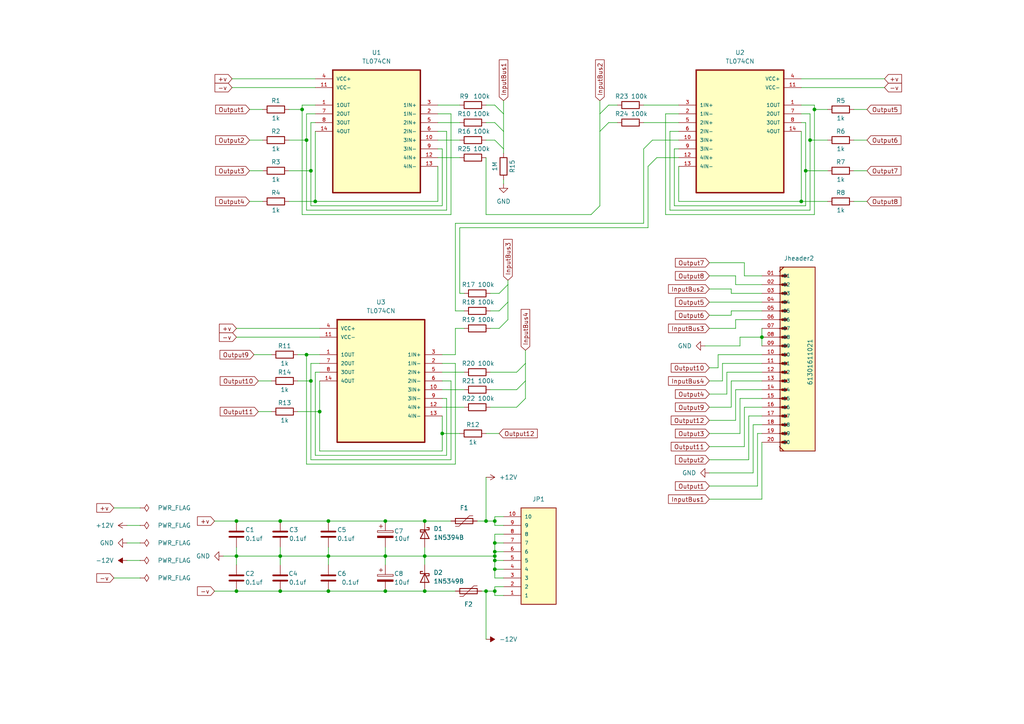
<source format=kicad_sch>
(kicad_sch (version 20230121) (generator eeschema)
  (paper "A4")
  (lib_symbols
    (symbol "+12V_1" (power) (pin_names (offset 0))
      (property "Value" "+12V_1" (at 0 3.556 0))
      (symbol "+12V_1_0_1"
        (polyline (pts (xy -0.762 1.27) (xy 0 2.54)))
        (polyline (pts (xy 0 0) (xy 0 2.54)))
        (polyline (pts (xy 0 2.54) (xy 0.762 1.27)))
      )
      (symbol "+12V_1_1_1"
        (pin power_in line (at 0 0 90) (length 0) hide (name "+12V") (number "1"))
      )
    )
    (symbol "-12V_1" (power) (pin_names (offset 0))
      (property "Value" "-12V_1" (at 0 3.81 0))
      (symbol "-12V_1_0_0"
        (pin power_in line (at 0 0 90) (length 0) hide (name "-12V") (number "1"))
      )
      (symbol "-12V_1_0_1"
        (polyline (pts (xy 0 0) (xy 0 1.27) (xy 0.762 1.27) (xy 0 2.54) (xy -0.762 1.27) (xy 0 1.27)) (fill (type outline)))
      )
    )
    (symbol "1761681-3:1761681-3" (pin_names (offset 1.016))
      (property "Reference" "J" (at -5.58 15.24 0))
      (property "Value" "1761681-3" (at -5.08 -15.24 0))
      (symbol "1761681-3_0_0"
        (rectangle (start -5.08 -12.7) (end 5.08 15.24) (stroke (width 0.254)) (fill (type background)))
        (pin passive line (at -10.16 12.7 0) (length 5.08) (name "1") (number "1"))
        (pin passive line (at -10.16 -10.16 0) (length 5.08) (name "10") (number "10"))
        (pin passive line (at -10.16 10.16 0) (length 5.08) (name "2") (number "2"))
        (pin passive line (at -10.16 7.62 0) (length 5.08) (name "3") (number "3"))
        (pin passive line (at -10.16 5.08 0) (length 5.08) (name "4") (number "4"))
        (pin passive line (at -10.16 2.54 0) (length 5.08) (name "5") (number "5"))
        (pin passive line (at -10.16 0 0) (length 5.08) (name "6") (number "6"))
        (pin passive line (at -10.16 -2.54 0) (length 5.08) (name "7") (number "7"))
        (pin passive line (at -10.16 -5.08 0) (length 5.08) (name "8") (number "8"))
        (pin passive line (at -10.16 -7.62 0) (length 5.08) (name "9") (number "9"))
      )
    )
    (symbol "75168-116-20LF:75168-116-20LF" (pin_names (offset 1.016))
      (property "Reference" "J" (at -5.58 27.94 0))
      (property "Value" "75168-116-20LF" (at -5.08 -27.94 0))
      (symbol "75168-116-20LF_0_0"
        (rectangle (start -4.8816 -25.4) (end 5.2784 27.94) (stroke (width 0.254)) (fill (type background)))
        (rectangle (start -4.445 -23.1775) (end -2.8575 -22.5425) (stroke (width 0.1)) (fill (type outline)))
        (rectangle (start -4.445 -20.6375) (end -2.8575 -20.0025) (stroke (width 0.1)) (fill (type outline)))
        (rectangle (start -4.445 -18.0975) (end -2.8575 -17.4625) (stroke (width 0.1)) (fill (type outline)))
        (rectangle (start -4.445 -15.5575) (end -2.8575 -14.9225) (stroke (width 0.1)) (fill (type outline)))
        (rectangle (start -4.445 -13.0175) (end -2.8575 -12.3825) (stroke (width 0.1)) (fill (type outline)))
        (rectangle (start -4.445 -10.4775) (end -2.8575 -9.8425) (stroke (width 0.1)) (fill (type outline)))
        (rectangle (start -4.445 -7.9375) (end -2.8575 -7.3025) (stroke (width 0.1)) (fill (type outline)))
        (rectangle (start -4.445 -5.3975) (end -2.8575 -4.7625) (stroke (width 0.1)) (fill (type outline)))
        (rectangle (start -4.445 -2.8575) (end -2.8575 -2.2225) (stroke (width 0.1)) (fill (type outline)))
        (rectangle (start -4.445 -0.3175) (end -2.8575 0.3175) (stroke (width 0.1)) (fill (type outline)))
        (rectangle (start -4.445 2.2225) (end -2.8575 2.8575) (stroke (width 0.1)) (fill (type outline)))
        (rectangle (start -4.445 4.7625) (end -2.8575 5.3975) (stroke (width 0.1)) (fill (type outline)))
        (rectangle (start -4.445 7.3025) (end -2.8575 7.9375) (stroke (width 0.1)) (fill (type outline)))
        (rectangle (start -4.445 9.8425) (end -2.8575 10.4775) (stroke (width 0.1)) (fill (type outline)))
        (rectangle (start -4.445 12.3825) (end -2.8575 13.0175) (stroke (width 0.1)) (fill (type outline)))
        (rectangle (start -4.445 14.9225) (end -2.8575 15.5575) (stroke (width 0.1)) (fill (type outline)))
        (rectangle (start -4.445 17.4625) (end -2.8575 18.0975) (stroke (width 0.1)) (fill (type outline)))
        (rectangle (start -4.445 20.0025) (end -2.8575 20.6375) (stroke (width 0.1)) (fill (type outline)))
        (rectangle (start -4.445 22.5425) (end -2.8575 23.1775) (stroke (width 0.1)) (fill (type outline)))
        (rectangle (start -4.445 25.0825) (end -2.8575 25.7175) (stroke (width 0.1)) (fill (type outline)))
        (polyline (pts (xy -5.08 -24.13) (xy -3.81 -25.4)) (stroke (width 0.254)))
        (polyline (pts (xy -5.08 -22.86) (xy -3.175 -22.86)) (stroke (width 0.254)))
        (polyline (pts (xy -5.08 -20.32) (xy -3.175 -20.32)) (stroke (width 0.254)))
        (polyline (pts (xy -5.08 -17.78) (xy -3.175 -17.78)) (stroke (width 0.254)))
        (polyline (pts (xy -5.08 -15.24) (xy -3.175 -15.24)) (stroke (width 0.254)))
        (polyline (pts (xy -5.08 -12.7) (xy -3.175 -12.7)) (stroke (width 0.254)))
        (polyline (pts (xy -5.08 -10.16) (xy -3.175 -10.16)) (stroke (width 0.254)))
        (polyline (pts (xy -5.08 -7.62) (xy -3.175 -7.62)) (stroke (width 0.254)))
        (polyline (pts (xy -5.08 -5.08) (xy -3.175 -5.08)) (stroke (width 0.254)))
        (polyline (pts (xy -5.08 -2.54) (xy -3.175 -2.54)) (stroke (width 0.254)))
        (polyline (pts (xy -5.08 0) (xy -3.175 0)) (stroke (width 0.254)))
        (polyline (pts (xy -5.08 2.54) (xy -3.175 2.54)) (stroke (width 0.254)))
        (polyline (pts (xy -5.08 5.08) (xy -3.175 5.08)) (stroke (width 0.254)))
        (polyline (pts (xy -5.08 7.62) (xy -3.175 7.62)) (stroke (width 0.254)))
        (polyline (pts (xy -5.08 10.16) (xy -3.175 10.16)) (stroke (width 0.254)))
        (polyline (pts (xy -5.08 12.7) (xy -3.175 12.7)) (stroke (width 0.254)))
        (polyline (pts (xy -5.08 15.24) (xy -3.175 15.24)) (stroke (width 0.254)))
        (polyline (pts (xy -5.08 17.78) (xy -3.175 17.78)) (stroke (width 0.254)))
        (polyline (pts (xy -5.08 20.32) (xy -3.175 20.32)) (stroke (width 0.254)))
        (polyline (pts (xy -5.08 22.86) (xy -3.175 22.86)) (stroke (width 0.254)))
        (polyline (pts (xy -5.08 25.4) (xy -3.175 25.4)) (stroke (width 0.254)))
        (polyline (pts (xy -5.08 26.67) (xy -3.81 27.94)) (stroke (width 0.254)))
        (pin passive line (at -10.16 25.4 0) (length 5.08) (name "01") (number "01"))
        (pin passive line (at -10.16 22.86 0) (length 5.08) (name "02") (number "02"))
        (pin passive line (at -10.16 20.32 0) (length 5.08) (name "03") (number "03"))
        (pin passive line (at -10.16 17.78 0) (length 5.08) (name "04") (number "04"))
        (pin passive line (at -10.16 15.24 0) (length 5.08) (name "05") (number "05"))
        (pin passive line (at -10.16 12.7 0) (length 5.08) (name "06") (number "06"))
        (pin passive line (at -10.16 10.16 0) (length 5.08) (name "07") (number "07"))
        (pin passive line (at -10.16 7.62 0) (length 5.08) (name "08") (number "08"))
        (pin passive line (at -10.16 5.08 0) (length 5.08) (name "09") (number "09"))
        (pin passive line (at -10.16 2.54 0) (length 5.08) (name "10") (number "10"))
        (pin passive line (at -10.16 0 0) (length 5.08) (name "11") (number "11"))
        (pin passive line (at -10.16 -2.54 0) (length 5.08) (name "12") (number "12"))
        (pin passive line (at -10.16 -5.08 0) (length 5.08) (name "13") (number "13"))
        (pin passive line (at -10.16 -7.62 0) (length 5.08) (name "14") (number "14"))
        (pin passive line (at -10.16 -10.16 0) (length 5.08) (name "15") (number "15"))
        (pin passive line (at -10.16 -12.7 0) (length 5.08) (name "16") (number "16"))
        (pin passive line (at -10.16 -15.24 0) (length 5.08) (name "17") (number "17"))
        (pin passive line (at -10.16 -17.78 0) (length 5.08) (name "18") (number "18"))
        (pin passive line (at -10.16 -20.32 0) (length 5.08) (name "19") (number "19"))
        (pin passive line (at -10.16 -22.86 0) (length 5.08) (name "20") (number "20"))
      )
    )
    (symbol "Device:C" (pin_numbers hide) (pin_names (offset 0.254))
      (property "Reference" "C" (at 0.635 2.54 0))
      (property "Value" "C" (at 0.635 -2.54 0))
      (symbol "C_0_1"
        (polyline (pts (xy -2.032 -0.762) (xy 2.032 -0.762)) (stroke (width 0.508)))
        (polyline (pts (xy -2.032 0.762) (xy 2.032 0.762)) (stroke (width 0.508)))
      )
      (symbol "C_1_1"
        (pin passive line (at 0 3.81 270) (length 2.794) (name "~") (number "1"))
        (pin passive line (at 0 -3.81 90) (length 2.794) (name "~") (number "2"))
      )
    )
    (symbol "Device:C_Polarized" (pin_numbers hide) (pin_names (offset 0.254))
      (property "Reference" "C" (at 0.635 2.54 0))
      (property "Value" "C_Polarized" (at 0.635 -2.54 0))
      (symbol "C_Polarized_0_1"
        (rectangle (start -2.286 0.508) (end 2.286 1.016))
        (polyline (pts (xy -1.778 2.286) (xy -0.762 2.286)))
        (polyline (pts (xy -1.27 2.794) (xy -1.27 1.778)))
        (rectangle (start 2.286 -0.508) (end -2.286 -1.016) (fill (type outline)))
      )
      (symbol "C_Polarized_1_1"
        (pin passive line (at 0 3.81 270) (length 2.794) (name "~") (number "1"))
        (pin passive line (at 0 -3.81 90) (length 2.794) (name "~") (number "2"))
      )
    )
    (symbol "Device:Polyfuse" (pin_numbers hide) (pin_names (offset 0))
      (property "Reference" "F" (at -2.54 0 90))
      (property "Value" "Polyfuse" (at 2.54 0 90))
      (symbol "Polyfuse_0_1"
        (rectangle (start -0.762 2.54) (end 0.762 -2.54) (stroke (width 0.254)))
        (polyline (pts (xy 0 2.54) (xy 0 -2.54)))
        (polyline (pts (xy -1.524 2.54) (xy -1.524 1.524) (xy 1.524 -1.524) (xy 1.524 -2.54)))
      )
      (symbol "Polyfuse_1_1"
        (pin passive line (at 0 3.81 270) (length 1.27) (name "~") (number "1"))
        (pin passive line (at 0 -3.81 90) (length 1.27) (name "~") (number "2"))
      )
    )
    (symbol "Device:R" (pin_numbers hide) (pin_names (offset 0))
      (property "Reference" "R" (at 2.032 0 90))
      (property "Value" "R" (at 0 0 90))
      (symbol "R_0_1"
        (rectangle (start -1.016 -2.54) (end 1.016 2.54) (stroke (width 0.254)))
      )
      (symbol "R_1_1"
        (pin passive line (at 0 3.81 270) (length 1.27) (name "~") (number "1"))
        (pin passive line (at 0 -3.81 90) (length 1.27) (name "~") (number "2"))
      )
    )
    (symbol "Diode:1N5818" (pin_numbers hide) (pin_names (offset 1.016) hide)
      (property "Reference" "D" (at 0 2.54 0))
      (property "Value" "1N5818" (at 0 -2.54 0))
      (symbol "1N5818_0_1"
        (polyline (pts (xy 1.27 0) (xy -1.27 0)))
        (polyline (pts (xy 1.27 1.27) (xy 1.27 -1.27) (xy -1.27 0) (xy 1.27 1.27)) (stroke (width 0.254)))
        (polyline (pts (xy -1.905 0.635) (xy -1.905 1.27) (xy -1.27 1.27) (xy -1.27 -1.27) (xy -0.635 -1.27) (xy -0.635 -0.635)) (stroke (width 0.254)))
      )
      (symbol "1N5818_1_1"
        (pin passive line (at -3.81 0 0) (length 2.54) (name "K") (number "1"))
        (pin passive line (at 3.81 0 180) (length 2.54) (name "A") (number "2"))
      )
    )
    (symbol "GND_1" (power) (pin_names (offset 0))
      (property "Value" "GND_1" (at 0 -3.81 0))
      (symbol "GND_1_0_1"
        (polyline (pts (xy 0 0) (xy 0 -1.27) (xy 1.27 -1.27) (xy 0 -2.54) (xy -1.27 -1.27) (xy 0 -1.27)))
      )
      (symbol "GND_1_1_1"
        (pin power_in line (at 0 0 270) (length 0) hide (name "GND") (number "1"))
      )
    )
    (symbol "PWR_FLAG_1" (power) (pin_numbers hide) (pin_names (offset 0) hide)
      (property "Value" "PWR_FLAG_1" (at 0 3.81 0))
      (symbol "PWR_FLAG_1_0_0"
        (pin power_out line (at 0 0 90) (length 0) (name "pwr") (number "1"))
      )
      (symbol "PWR_FLAG_1_0_1"
        (polyline (pts (xy 0 0) (xy 0 1.27) (xy -1.016 1.905) (xy 0 2.54) (xy 1.016 1.905) (xy 0 1.27)))
      )
    )
    (symbol "TL074CN:TL074CN" (pin_names (offset 1.016))
      (property "Reference" "U" (at -12.7 18.78 0))
      (property "Value" "TL074CN" (at -12.7 -21.78 0))
      (symbol "TL074CN_0_0"
        (rectangle (start -12.7 -17.78) (end 12.7 17.78) (stroke (width 0.41)) (fill (type background)))
        (pin output line (at 17.78 7.62 180) (length 5.08) (name "1OUT") (number "1"))
        (pin input line (at -17.78 -2.54 0) (length 5.08) (name "3IN+") (number "10"))
        (pin power_in line (at 17.78 12.7 180) (length 5.08) (name "VCC-") (number "11"))
        (pin input line (at -17.78 -7.62 0) (length 5.08) (name "4IN+") (number "12"))
        (pin input line (at -17.78 -10.16 0) (length 5.08) (name "4IN-") (number "13"))
        (pin output line (at 17.78 0 180) (length 5.08) (name "4OUT") (number "14"))
        (pin input line (at -17.78 5.08 0) (length 5.08) (name "1IN-") (number "2"))
        (pin input line (at -17.78 7.62 0) (length 5.08) (name "1IN+") (number "3"))
        (pin power_in line (at 17.78 15.24 180) (length 5.08) (name "VCC+") (number "4"))
        (pin input line (at -17.78 2.54 0) (length 5.08) (name "2IN+") (number "5"))
        (pin input line (at -17.78 0 0) (length 5.08) (name "2IN-") (number "6"))
        (pin output line (at 17.78 5.08 180) (length 5.08) (name "2OUT") (number "7"))
        (pin output line (at 17.78 2.54 180) (length 5.08) (name "3OUT") (number "8"))
        (pin input line (at -17.78 -5.08 0) (length 5.08) (name "3IN-") (number "9"))
      )
    )
  )
  (junction (at 95.25 151.13))
  (junction (at 143.51 151.13))
  (junction (at 236.22 31.75))
  (junction (at 140.97 151.13))
  (junction (at 123.19 171.45))
  (junction (at 87.63 31.75))
  (junction (at 143.51 171.45))
  (junction (at 234.95 40.64))
  (junction (at 92.71 119.38))
  (junction (at 90.17 49.53))
  (junction (at 95.25 171.45))
  (junction (at 81.28 161.29))
  (junction (at 143.51 157.48))
  (junction (at 111.76 171.45))
  (junction (at 233.68 49.53))
  (junction (at 123.19 161.29))
  (junction (at 81.28 171.45))
  (junction (at 220.98 97.79))
  (junction (at 123.19 151.13))
  (junction (at 68.58 151.13))
  (junction (at 143.51 165.1))
  (junction (at 68.58 161.29))
  (junction (at 90.17 110.49))
  (junction (at 95.25 161.29))
  (junction (at 128.27 125.73))
  (junction (at 143.51 161.29))
  (junction (at 81.28 151.13))
  (junction (at 111.76 161.29))
  (junction (at 68.58 171.45))
  (junction (at 143.51 162.56))
  (junction (at 140.97 171.45))
  (junction (at 88.9 102.87))
  (junction (at 111.76 151.13))
  (junction (at 143.51 160.02))
  (junction (at 232.41 58.42))
  (junction (at 91.44 58.42))
  (junction (at 88.9 40.64))
  (bus_entry (at 171.45 62.23) (size 2.54 -2.54))
  (bus_entry (at 149.86 113.03) (size 2.54 -2.54))
  (bus_entry (at 149.86 107.95) (size 2.54 -2.54))
  (bus_entry (at 189.23 40.64) (size -2.54 2.54))
  (bus_entry (at 190.5 45.72) (size -2.54 2.54))
  (bus_entry (at 176.53 35.56) (size -2.54 2.54))
  (bus_entry (at 149.86 118.11) (size 2.54 -2.54))
  (bus_entry (at 143.51 30.48) (size 2.54 2.54))
  (bus_entry (at 144.78 95.25) (size 2.54 -2.54))
  (bus_entry (at 144.78 85.09) (size 2.54 -2.54))
  (bus_entry (at 144.78 90.17) (size 2.54 -2.54))
  (bus_entry (at 176.53 30.48) (size -2.54 2.54))
  (bus_entry (at 143.51 35.56) (size 2.54 2.54))
  (bus_entry (at 143.51 40.64) (size 2.54 2.54))
  (wire (pts (xy 132.08 105.41) (xy 132.08 134.62)))
  (wire (pts (xy 129.54 60.96) (xy 129.54 38.1)))
  (wire (pts (xy 134.62 90.17) (xy 132.08 90.17)))
  (wire (pts (xy 143.51 149.86) (xy 143.51 151.13)))
  (wire (pts (xy 215.9 76.2) (xy 215.9 80.01)))
  (wire (pts (xy 64.77 161.29) (xy 68.58 161.29)))
  (wire (pts (xy 142.24 90.17) (xy 144.78 90.17)))
  (wire (pts (xy 68.58 158.75) (xy 68.58 161.29)))
  (wire (pts (xy 68.58 161.29) (xy 68.58 163.83)))
  (wire (pts (xy 92.71 107.95) (xy 91.44 107.95)))
  (wire (pts (xy 132.08 64.77) (xy 186.69 64.77)))
  (wire (pts (xy 146.05 43.18) (xy 146.05 44.45)))
  (wire (pts (xy 220.98 110.49) (xy 212.09 110.49)))
  (wire (pts (xy 205.74 140.97) (xy 219.71 140.97)))
  (wire (pts (xy 208.28 106.68) (xy 205.74 106.68)))
  (wire (pts (xy 92.71 119.38) (xy 92.71 110.49)))
  (wire (pts (xy 111.76 151.13) (xy 123.19 151.13)))
  (wire (pts (xy 81.28 171.45) (xy 95.25 171.45)))
  (wire (pts (xy 130.81 133.35) (xy 130.81 110.49)))
  (wire (pts (xy 142.24 107.95) (xy 149.86 107.95)))
  (wire (pts (xy 152.4 101.6) (xy 152.4 105.41)))
  (wire (pts (xy 76.2 49.53) (xy 72.39 49.53)))
  (wire (pts (xy 91.44 58.42) (xy 127 58.42)))
  (wire (pts (xy 76.2 58.42) (xy 72.39 58.42)))
  (wire (pts (xy 78.74 102.87) (xy 73.66 102.87)))
  (wire (pts (xy 132.08 64.77) (xy 132.08 90.17)))
  (wire (pts (xy 76.2 31.75) (xy 72.39 31.75)))
  (wire (pts (xy 95.25 158.75) (xy 95.25 161.29)))
  (wire (pts (xy 232.41 33.02) (xy 234.95 33.02)))
  (wire (pts (xy 218.44 123.19) (xy 218.44 137.16)))
  (wire (pts (xy 232.41 58.42) (xy 240.03 58.42)))
  (wire (pts (xy 62.23 171.45) (xy 68.58 171.45)))
  (wire (pts (xy 76.2 40.64) (xy 72.39 40.64)))
  (wire (pts (xy 142.24 95.25) (xy 144.78 95.25)))
  (wire (pts (xy 127 58.42) (xy 127 48.26)))
  (wire (pts (xy 88.9 102.87) (xy 88.9 134.62)))
  (wire (pts (xy 247.65 49.53) (xy 251.46 49.53)))
  (wire (pts (xy 111.76 171.45) (xy 123.19 171.45)))
  (wire (pts (xy 91.44 33.02) (xy 88.9 33.02)))
  (wire (pts (xy 220.98 107.95) (xy 210.82 107.95)))
  (wire (pts (xy 127 30.48) (xy 133.35 30.48)))
  (wire (pts (xy 88.9 134.62) (xy 132.08 134.62)))
  (wire (pts (xy 81.28 161.29) (xy 95.25 161.29)))
  (wire (pts (xy 36.83 157.48) (xy 40.64 157.48)))
  (wire (pts (xy 212.09 85.09) (xy 220.98 85.09)))
  (wire (pts (xy 189.23 40.64) (xy 196.85 40.64)))
  (wire (pts (xy 134.62 95.25) (xy 132.08 95.25)))
  (wire (pts (xy 128.27 59.69) (xy 128.27 43.18)))
  (wire (pts (xy 88.9 33.02) (xy 88.9 40.64)))
  (wire (pts (xy 219.71 125.73) (xy 219.71 140.97)))
  (wire (pts (xy 67.31 22.86) (xy 91.44 22.86)))
  (wire (pts (xy 95.25 161.29) (xy 95.25 163.83)))
  (wire (pts (xy 143.51 167.64) (xy 146.05 167.64)))
  (wire (pts (xy 90.17 49.53) (xy 83.82 49.53)))
  (wire (pts (xy 220.98 123.19) (xy 218.44 123.19)))
  (wire (pts (xy 143.51 170.18) (xy 143.51 171.45)))
  (wire (pts (xy 236.22 30.48) (xy 236.22 31.75)))
  (wire (pts (xy 213.36 113.03) (xy 213.36 121.92)))
  (wire (pts (xy 133.35 66.04) (xy 133.35 85.09)))
  (wire (pts (xy 146.05 52.07) (xy 146.05 53.34)))
  (wire (pts (xy 129.54 115.57) (xy 128.27 115.57)))
  (wire (pts (xy 92.71 105.41) (xy 90.17 105.41)))
  (wire (pts (xy 194.31 38.1) (xy 196.85 38.1)))
  (wire (pts (xy 233.68 49.53) (xy 233.68 59.69)))
  (wire (pts (xy 146.05 29.21) (xy 146.05 33.02)))
  (wire (pts (xy 220.98 105.41) (xy 209.55 105.41)))
  (wire (pts (xy 205.74 125.73) (xy 214.63 125.73)))
  (wire (pts (xy 123.19 158.75) (xy 123.19 161.29)))
  (wire (pts (xy 220.98 113.03) (xy 213.36 113.03)))
  (wire (pts (xy 205.74 144.78) (xy 220.98 144.78)))
  (wire (pts (xy 88.9 40.64) (xy 88.9 60.96)))
  (wire (pts (xy 232.41 30.48) (xy 236.22 30.48)))
  (wire (pts (xy 215.9 80.01) (xy 220.98 80.01)))
  (wire (pts (xy 173.99 29.21) (xy 173.99 33.02)))
  (wire (pts (xy 128.27 102.87) (xy 132.08 102.87)))
  (wire (pts (xy 152.4 105.41) (xy 152.4 110.49)))
  (wire (pts (xy 233.68 35.56) (xy 233.68 49.53)))
  (wire (pts (xy 87.63 31.75) (xy 87.63 62.23)))
  (wire (pts (xy 128.27 125.73) (xy 133.35 125.73)))
  (wire (pts (xy 90.17 59.69) (xy 128.27 59.69)))
  (wire (pts (xy 195.58 59.69) (xy 195.58 43.18)))
  (wire (pts (xy 128.27 113.03) (xy 134.62 113.03)))
  (wire (pts (xy 68.58 97.79) (xy 92.71 97.79)))
  (wire (pts (xy 232.41 38.1) (xy 232.41 58.42)))
  (wire (pts (xy 146.05 33.02) (xy 146.05 38.1)))
  (wire (pts (xy 140.97 45.72) (xy 140.97 62.23)))
  (wire (pts (xy 139.7 171.45) (xy 140.97 171.45)))
  (wire (pts (xy 143.51 160.02) (xy 146.05 160.02)))
  (wire (pts (xy 214.63 100.33) (xy 204.47 100.33)))
  (wire (pts (xy 78.74 119.38) (xy 74.93 119.38)))
  (wire (pts (xy 140.97 171.45) (xy 143.51 171.45)))
  (wire (pts (xy 176.53 35.56) (xy 179.07 35.56)))
  (wire (pts (xy 210.82 107.95) (xy 210.82 114.3)))
  (wire (pts (xy 87.63 30.48) (xy 87.63 31.75)))
  (wire (pts (xy 247.65 31.75) (xy 251.46 31.75)))
  (wire (pts (xy 247.65 40.64) (xy 251.46 40.64)))
  (wire (pts (xy 128.27 118.11) (xy 134.62 118.11)))
  (wire (pts (xy 128.27 120.65) (xy 128.27 125.73)))
  (wire (pts (xy 173.99 38.1) (xy 173.99 59.69)))
  (wire (pts (xy 195.58 43.18) (xy 196.85 43.18)))
  (wire (pts (xy 92.71 102.87) (xy 88.9 102.87)))
  (wire (pts (xy 218.44 137.16) (xy 205.74 137.16)))
  (wire (pts (xy 142.24 85.09) (xy 144.78 85.09)))
  (wire (pts (xy 86.36 110.49) (xy 90.17 110.49)))
  (wire (pts (xy 138.43 151.13) (xy 140.97 151.13)))
  (wire (pts (xy 91.44 35.56) (xy 90.17 35.56)))
  (wire (pts (xy 143.51 162.56) (xy 146.05 162.56)))
  (wire (pts (xy 87.63 62.23) (xy 130.81 62.23)))
  (wire (pts (xy 128.27 107.95) (xy 134.62 107.95)))
  (wire (pts (xy 140.97 171.45) (xy 140.97 185.42)))
  (wire (pts (xy 220.98 115.57) (xy 214.63 115.57)))
  (wire (pts (xy 193.04 33.02) (xy 196.85 33.02)))
  (wire (pts (xy 232.41 58.42) (xy 196.85 58.42)))
  (wire (pts (xy 92.71 130.81) (xy 92.71 119.38)))
  (wire (pts (xy 62.23 151.13) (xy 68.58 151.13)))
  (wire (pts (xy 128.27 43.18) (xy 127 43.18)))
  (wire (pts (xy 146.05 38.1) (xy 146.05 43.18)))
  (wire (pts (xy 147.32 81.28) (xy 147.32 82.55)))
  (wire (pts (xy 232.41 25.4) (xy 256.54 25.4)))
  (wire (pts (xy 220.98 90.17) (xy 212.09 90.17)))
  (wire (pts (xy 68.58 171.45) (xy 81.28 171.45)))
  (wire (pts (xy 123.19 161.29) (xy 143.51 161.29)))
  (wire (pts (xy 208.28 102.87) (xy 208.28 106.68)))
  (wire (pts (xy 123.19 161.29) (xy 123.19 163.83)))
  (wire (pts (xy 143.51 160.02) (xy 143.51 161.29)))
  (wire (pts (xy 213.36 82.55) (xy 213.36 80.01)))
  (wire (pts (xy 90.17 105.41) (xy 90.17 110.49)))
  (wire (pts (xy 143.51 165.1) (xy 143.51 167.64)))
  (wire (pts (xy 220.98 92.71) (xy 213.36 92.71)))
  (wire (pts (xy 220.98 120.65) (xy 217.17 120.65)))
  (wire (pts (xy 205.74 80.01) (xy 213.36 80.01)))
  (wire (pts (xy 133.35 66.04) (xy 187.96 66.04)))
  (wire (pts (xy 143.51 162.56) (xy 143.51 165.1)))
  (wire (pts (xy 220.98 102.87) (xy 208.28 102.87)))
  (wire (pts (xy 132.08 105.41) (xy 128.27 105.41)))
  (wire (pts (xy 90.17 35.56) (xy 90.17 49.53)))
  (wire (pts (xy 214.63 97.79) (xy 214.63 100.33)))
  (wire (pts (xy 95.25 151.13) (xy 111.76 151.13)))
  (wire (pts (xy 81.28 151.13) (xy 95.25 151.13)))
  (wire (pts (xy 143.51 161.29) (xy 143.51 162.56)))
  (wire (pts (xy 220.98 118.11) (xy 215.9 118.11)))
  (wire (pts (xy 127 40.64) (xy 133.35 40.64)))
  (wire (pts (xy 140.97 30.48) (xy 143.51 30.48)))
  (wire (pts (xy 176.53 30.48) (xy 179.07 30.48)))
  (wire (pts (xy 186.69 30.48) (xy 196.85 30.48)))
  (wire (pts (xy 36.83 152.4) (xy 40.64 152.4)))
  (wire (pts (xy 220.98 97.79) (xy 220.98 100.33)))
  (wire (pts (xy 213.36 95.25) (xy 205.74 95.25)))
  (wire (pts (xy 143.51 171.45) (xy 143.51 172.72)))
  (wire (pts (xy 215.9 118.11) (xy 215.9 129.54)))
  (wire (pts (xy 220.98 125.73) (xy 219.71 125.73)))
  (wire (pts (xy 212.09 83.82) (xy 212.09 85.09)))
  (wire (pts (xy 234.95 40.64) (xy 234.95 60.96)))
  (wire (pts (xy 95.25 161.29) (xy 111.76 161.29)))
  (wire (pts (xy 146.05 154.94) (xy 143.51 154.94)))
  (wire (pts (xy 127 45.72) (xy 133.35 45.72)))
  (wire (pts (xy 217.17 133.35) (xy 205.74 133.35)))
  (wire (pts (xy 236.22 62.23) (xy 193.04 62.23)))
  (wire (pts (xy 130.81 110.49) (xy 128.27 110.49)))
  (wire (pts (xy 87.63 31.75) (xy 83.82 31.75)))
  (wire (pts (xy 236.22 31.75) (xy 236.22 62.23)))
  (wire (pts (xy 91.44 132.08) (xy 129.54 132.08)))
  (wire (pts (xy 140.97 125.73) (xy 144.78 125.73)))
  (wire (pts (xy 193.04 62.23) (xy 193.04 33.02)))
  (wire (pts (xy 214.63 115.57) (xy 214.63 125.73)))
  (wire (pts (xy 81.28 161.29) (xy 81.28 163.83)))
  (wire (pts (xy 220.98 97.79) (xy 214.63 97.79)))
  (wire (pts (xy 140.97 62.23) (xy 171.45 62.23)))
  (wire (pts (xy 68.58 95.25) (xy 92.71 95.25)))
  (wire (pts (xy 220.98 95.25) (xy 220.98 97.79)))
  (wire (pts (xy 233.68 59.69) (xy 195.58 59.69)))
  (wire (pts (xy 90.17 133.35) (xy 130.81 133.35)))
  (wire (pts (xy 143.51 172.72) (xy 146.05 172.72)))
  (wire (pts (xy 146.05 149.86) (xy 143.51 149.86)))
  (wire (pts (xy 143.51 165.1) (xy 146.05 165.1)))
  (wire (pts (xy 205.74 114.3) (xy 210.82 114.3)))
  (wire (pts (xy 140.97 151.13) (xy 143.51 151.13)))
  (wire (pts (xy 142.24 113.03) (xy 149.86 113.03)))
  (wire (pts (xy 186.69 35.56) (xy 196.85 35.56)))
  (wire (pts (xy 36.83 162.56) (xy 40.64 162.56)))
  (wire (pts (xy 209.55 110.49) (xy 205.74 110.49)))
  (wire (pts (xy 88.9 40.64) (xy 83.82 40.64)))
  (wire (pts (xy 128.27 125.73) (xy 128.27 130.81)))
  (wire (pts (xy 232.41 22.86) (xy 256.54 22.86)))
  (wire (pts (xy 128.27 130.81) (xy 92.71 130.81)))
  (wire (pts (xy 67.31 25.4) (xy 91.44 25.4)))
  (wire (pts (xy 205.74 87.63) (xy 220.98 87.63)))
  (wire (pts (xy 205.74 129.54) (xy 215.9 129.54)))
  (wire (pts (xy 212.09 110.49) (xy 212.09 118.11)))
  (wire (pts (xy 247.65 58.42) (xy 251.46 58.42)))
  (wire (pts (xy 147.32 87.63) (xy 147.32 92.71)))
  (wire (pts (xy 68.58 161.29) (xy 81.28 161.29)))
  (wire (pts (xy 133.35 85.09) (xy 134.62 85.09)))
  (wire (pts (xy 81.28 158.75) (xy 81.28 161.29)))
  (wire (pts (xy 143.51 157.48) (xy 143.51 160.02)))
  (wire (pts (xy 209.55 105.41) (xy 209.55 110.49)))
  (wire (pts (xy 132.08 95.25) (xy 132.08 102.87)))
  (wire (pts (xy 91.44 38.1) (xy 91.44 58.42)))
  (wire (pts (xy 111.76 158.75) (xy 111.76 161.29)))
  (wire (pts (xy 127 35.56) (xy 133.35 35.56)))
  (wire (pts (xy 146.05 170.18) (xy 143.51 170.18)))
  (wire (pts (xy 123.19 151.13) (xy 130.81 151.13)))
  (wire (pts (xy 236.22 31.75) (xy 240.03 31.75)))
  (wire (pts (xy 190.5 45.72) (xy 196.85 45.72)))
  (wire (pts (xy 212.09 91.44) (xy 212.09 90.17)))
  (wire (pts (xy 86.36 102.87) (xy 88.9 102.87)))
  (wire (pts (xy 205.74 91.44) (xy 212.09 91.44)))
  (wire (pts (xy 143.51 151.13) (xy 143.51 152.4)))
  (wire (pts (xy 232.41 35.56) (xy 233.68 35.56)))
  (wire (pts (xy 88.9 60.96) (xy 129.54 60.96)))
  (wire (pts (xy 111.76 161.29) (xy 123.19 161.29)))
  (wire (pts (xy 68.58 151.13) (xy 81.28 151.13)))
  (wire (pts (xy 233.68 49.53) (xy 240.03 49.53)))
  (wire (pts (xy 129.54 38.1) (xy 127 38.1)))
  (wire (pts (xy 143.51 154.94) (xy 143.51 157.48)))
  (wire (pts (xy 220.98 82.55) (xy 213.36 82.55)))
  (wire (pts (xy 234.95 60.96) (xy 194.31 60.96)))
  (wire (pts (xy 129.54 132.08) (xy 129.54 115.57)))
  (wire (pts (xy 140.97 40.64) (xy 143.51 40.64)))
  (wire (pts (xy 95.25 171.45) (xy 111.76 171.45)))
  (wire (pts (xy 78.74 110.49) (xy 74.93 110.49)))
  (wire (pts (xy 123.19 171.45) (xy 132.08 171.45)))
  (wire (pts (xy 213.36 121.92) (xy 205.74 121.92)))
  (wire (pts (xy 220.98 144.78) (xy 220.98 128.27)))
  (wire (pts (xy 91.44 107.95) (xy 91.44 132.08)))
  (wire (pts (xy 213.36 92.71) (xy 213.36 95.25)))
  (wire (pts (xy 187.96 48.26) (xy 187.96 66.04)))
  (wire (pts (xy 91.44 58.42) (xy 83.82 58.42)))
  (wire (pts (xy 147.32 82.55) (xy 147.32 87.63)))
  (wire (pts (xy 234.95 33.02) (xy 234.95 40.64)))
  (wire (pts (xy 205.74 76.2) (xy 215.9 76.2)))
  (wire (pts (xy 91.44 30.48) (xy 87.63 30.48)))
  (wire (pts (xy 130.81 62.23) (xy 130.81 33.02)))
  (wire (pts (xy 90.17 49.53) (xy 90.17 59.69)))
  (wire (pts (xy 186.69 43.18) (xy 186.69 64.77)))
  (wire (pts (xy 111.76 161.29) (xy 111.76 163.83)))
  (wire (pts (xy 90.17 110.49) (xy 90.17 133.35)))
  (wire (pts (xy 217.17 120.65) (xy 217.17 133.35)))
  (wire (pts (xy 142.24 118.11) (xy 149.86 118.11)))
  (wire (pts (xy 143.51 152.4) (xy 146.05 152.4)))
  (wire (pts (xy 173.99 33.02) (xy 173.99 38.1)))
  (wire (pts (xy 86.36 119.38) (xy 92.71 119.38)))
  (wire (pts (xy 130.81 33.02) (xy 127 33.02)))
  (wire (pts (xy 194.31 60.96) (xy 194.31 38.1)))
  (wire (pts (xy 143.51 157.48) (xy 146.05 157.48)))
  (wire (pts (xy 33.02 167.64) (xy 40.64 167.64)))
  (wire (pts (xy 140.97 138.43) (xy 140.97 151.13)))
  (wire (pts (xy 196.85 58.42) (xy 196.85 48.26)))
  (wire (pts (xy 205.74 83.82) (xy 212.09 83.82)))
  (wire (pts (xy 140.97 35.56) (xy 143.51 35.56)))
  (wire (pts (xy 205.74 118.11) (xy 212.09 118.11)))
  (wire (pts (xy 152.4 110.49) (xy 152.4 115.57)))
  (wire (pts (xy 234.95 40.64) (xy 240.03 40.64)))
  (wire (pts (xy 33.02 147.32) (xy 40.64 147.32)))
  (global_label "InputBus1" (shape input) (at 205.74 144.78 180) (property "Intersheetrefs" "${INTERSHEET_REFS}" (effects hide)))
  (global_label "+v" (shape input) (at 256.54 22.86 0) (property "Intersheetrefs" "${INTERSHEET_REFS}" (effects hide)))
  (global_label "InputBus3" (shape input) (at 147.32 81.28 90) (property "Intersheetrefs" "${INTERSHEET_REFS}" (effects hide)))
  (global_label "Output4" (shape input) (at 205.74 114.3 180) (property "Intersheetrefs" "${INTERSHEET_REFS}" (effects hide)))
  (global_label "InputBus2" (shape input) (at 205.74 83.82 180) (property "Intersheetrefs" "${INTERSHEET_REFS}" (effects hide)))
  (global_label "Output11" (shape input) (at 74.93 119.38 180) (property "Intersheetrefs" "${INTERSHEET_REFS}" (effects hide)))
  (global_label "-v" (shape input) (at 33.02 167.64 180) (property "Intersheetrefs" "${INTERSHEET_REFS}" (effects hide)))
  (global_label "InputBus2" (shape input) (at 173.99 29.21 90) (property "Intersheetrefs" "${INTERSHEET_REFS}" (effects hide)))
  (global_label "Output12" (shape input) (at 205.74 121.92 180) (property "Intersheetrefs" "${INTERSHEET_REFS}" (effects hide)))
  (global_label "Output2" (shape input) (at 72.39 40.64 180) (property "Intersheetrefs" "${INTERSHEET_REFS}" (effects hide)))
  (global_label "Output9" (shape input) (at 73.66 102.87 180) (property "Intersheetrefs" "${INTERSHEET_REFS}" (effects hide)))
  (global_label "Output8" (shape input) (at 205.74 80.01 180) (property "Intersheetrefs" "${INTERSHEET_REFS}" (effects hide)))
  (global_label "Output1" (shape input) (at 205.74 140.97 180) (property "Intersheetrefs" "${INTERSHEET_REFS}" (effects hide)))
  (global_label "Output2" (shape input) (at 205.74 133.35 180) (property "Intersheetrefs" "${INTERSHEET_REFS}" (effects hide)))
  (global_label "+v" (shape input) (at 67.31 22.86 180) (property "Intersheetrefs" "${INTERSHEET_REFS}" (effects hide)))
  (global_label "Output6" (shape input) (at 251.46 40.64 0) (property "Intersheetrefs" "${INTERSHEET_REFS}" (effects hide)))
  (global_label "Output10" (shape input) (at 205.74 106.68 180) (property "Intersheetrefs" "${INTERSHEET_REFS}" (effects hide)))
  (global_label "Output3" (shape input) (at 72.39 49.53 180) (property "Intersheetrefs" "${INTERSHEET_REFS}" (effects hide)))
  (global_label "Output11" (shape input) (at 205.74 129.54 180) (property "Intersheetrefs" "${INTERSHEET_REFS}" (effects hide)))
  (global_label "Output4" (shape input) (at 72.39 58.42 180) (property "Intersheetrefs" "${INTERSHEET_REFS}" (effects hide)))
  (global_label "Output9" (shape input) (at 205.74 118.11 180) (property "Intersheetrefs" "${INTERSHEET_REFS}" (effects hide)))
  (global_label "Output12" (shape input) (at 144.78 125.73 0) (property "Intersheetrefs" "${INTERSHEET_REFS}" (effects hide)))
  (global_label "Output1" (shape input) (at 72.39 31.75 180) (property "Intersheetrefs" "${INTERSHEET_REFS}" (effects hide)))
  (global_label "+v" (shape input) (at 68.58 95.25 180) (property "Intersheetrefs" "${INTERSHEET_REFS}" (effects hide)))
  (global_label "InputBus4" (shape input) (at 205.74 110.49 180) (property "Intersheetrefs" "${INTERSHEET_REFS}" (effects hide)))
  (global_label "Output6" (shape input) (at 205.74 91.44 180) (property "Intersheetrefs" "${INTERSHEET_REFS}" (effects hide)))
  (global_label "Output8" (shape input) (at 251.46 58.42 0) (property "Intersheetrefs" "${INTERSHEET_REFS}" (effects hide)))
  (global_label "-v" (shape input) (at 67.31 25.4 180) (property "Intersheetrefs" "${INTERSHEET_REFS}" (effects hide)))
  (global_label "Output5" (shape input) (at 205.74 87.63 180) (property "Intersheetrefs" "${INTERSHEET_REFS}" (effects hide)))
  (global_label "Output5" (shape input) (at 251.46 31.75 0) (property "Intersheetrefs" "${INTERSHEET_REFS}" (effects hide)))
  (global_label "InputBus1" (shape input) (at 146.05 29.21 90) (property "Intersheetrefs" "${INTERSHEET_REFS}" (effects hide)))
  (global_label "+v" (shape input) (at 33.02 147.32 180) (property "Intersheetrefs" "${INTERSHEET_REFS}" (effects hide)))
  (global_label "Output3" (shape input) (at 205.74 125.73 180) (property "Intersheetrefs" "${INTERSHEET_REFS}" (effects hide)))
  (global_label "-v" (shape input) (at 68.58 97.79 180) (property "Intersheetrefs" "${INTERSHEET_REFS}" (effects hide)))
  (global_label "Output7" (shape input) (at 205.74 76.2 180) (property "Intersheetrefs" "${INTERSHEET_REFS}" (effects hide)))
  (global_label "Output7" (shape input) (at 251.46 49.53 0) (property "Intersheetrefs" "${INTERSHEET_REFS}" (effects hide)))
  (global_label "-v" (shape input) (at 62.23 171.45 180) (property "Intersheetrefs" "${INTERSHEET_REFS}" (effects hide)))
  (global_label "-v" (shape input) (at 256.54 25.4 0) (property "Intersheetrefs" "${INTERSHEET_REFS}" (effects hide)))
  (global_label "Output10" (shape input) (at 74.93 110.49 180) (property "Intersheetrefs" "${INTERSHEET_REFS}" (effects hide)))
  (global_label "InputBus4" (shape input) (at 152.4 101.6 90) (property "Intersheetrefs" "${INTERSHEET_REFS}" (effects hide)))
  (global_label "+v" (shape input) (at 62.23 151.13 180) (property "Intersheetrefs" "${INTERSHEET_REFS}" (effects hide)))
  (global_label "InputBus3" (shape input) (at 205.74 95.25 180) (property "Intersheetrefs" "${INTERSHEET_REFS}" (effects hide)))
  (symbol (lib_id "Device:R") (at 137.16 35.56 90) (mirror x) (unit 1)
    (property "Reference" "R10" (at 134.62 33.02 90))
    (property "Value" "100k" (at 139.7 33.02 90))
    (property "Footprint" "Resistor_THT:R_Axial_DIN0207_L6.3mm_D2.5mm_P10.16mm_Horizontal" (effects hide))
  )
  (symbol (lib_id "Device:Polyfuse") (at 135.89 171.45 90) (unit 1)
    (property "Reference" "F2" (at 135.89 175.26 90))
    (property "Value" "${SIM.PARAMS}" (effects hide))
    (property "Footprint" "72R020XU:FUSRB510W81L1358T310H1980" (effects hide))
    (property "Sim.Enable" "0" (effects hide))
    (property "Sim.Device" "SPICE" (effects hide))
    (property "Sim.Params" "type=\"R\" model=\"Polyfuse\" lib=\"\"" (effects hide))
    (property "Sim.Pins" "1=1 2=2" (effects hide))
  )
  (symbol (lib_id "Device:Polyfuse") (at 134.62 151.13 90) (unit 1)
    (property "Reference" "F1" (at 134.62 147.32 90))
    (property "Value" "${SIM.PARAMS}" (effects hide))
    (property "Footprint" "72R020XU:FUSRB510W81L1358T310H1980" (effects hide))
    (property "Sim.Enable" "0" (effects hide))
    (property "Sim.Device" "SPICE" (effects hide))
    (property "Sim.Params" "type=\"R\" model=\"Polyfuse\" lib=\"\"" (effects hide))
    (property "Sim.Pins" "1=1 2=2" (effects hide))
  )
  (symbol (lib_id "Device:R") (at 182.88 35.56 90) (mirror x) (unit 1)
    (property "Reference" "R24" (at 180.34 33.02 90))
    (property "Value" "100k" (at 185.42 33.02 90))
    (property "Footprint" "Resistor_THT:R_Axial_DIN0207_L6.3mm_D2.5mm_P10.16mm_Horizontal" (effects hide))
  )
  (symbol (lib_id "Device:R") (at 137.16 30.48 90) (mirror x) (unit 1)
    (property "Reference" "R9" (at 134.62 27.94 90))
    (property "Value" "100k" (at 139.7 27.94 90))
    (property "Footprint" "Resistor_THT:R_Axial_DIN0207_L6.3mm_D2.5mm_P10.16mm_Horizontal" (effects hide))
  )
  (symbol (lib_id "Device:C") (at 95.25 154.94 0) (unit 1)
    (property "Reference" "C5" (at 97.79 153.67 0) (effects (justify left)))
    (property "Value" "0.1uf" (at 97.79 156.21 0) (effects (justify left)))
    (property "Footprint" "Capacitor_THT:C_Disc_D7.5mm_W4.4mm_P5.00mm" (effects hide))
  )
  (symbol (lib_id "Device:C") (at 95.25 167.64 0) (mirror x) (unit 1)
    (property "Reference" "C6" (at 97.79 166.37 0) (effects (justify left)))
    (property "Value" "0.1uf" (at 99.06 168.91 0) (effects (justify left)))
    (property "Footprint" "Capacitor_THT:C_Disc_D7.5mm_W4.4mm_P5.00mm" (effects hide))
  )
  (symbol (lib_id "75168-116-20LF:75168-116-20LF") (at 231.14 105.41 0) (unit 1)
    (property "Reference" "Jheader2" (at 227.33 74.93 0) (effects (justify left)))
    (property "Value" "61301611021" (at 234.95 111.76 90) (effects (justify left)))
    (property "Footprint" "AMPHENOL_75168-116-20LF" (effects hide))
    (property "MANUFACTURER" "Amphenol ICC (FCI)" (effects hide))
    (property "STANDARD" "Manufacturer Recommendations" (effects hide))
    (property "PARTREV" "AL" (effects hide))
    (property "Sim.Enable" "0" (effects hide))
    (property "Sim.Device" "SPICE" (effects hide))
    (property "Sim.Params" "type=\"J\" model=\"ESQ-120-12-T-S\" lib=\"\"" (effects hide))
    (property "Sim.Pins" "01=1 02=2 03=3 04=4 05=5 06=6 07=7 08=8 09=9 10=10 11=11 12=12 13=13 14=14 15=15 16=16 17=17 18=18 19=19 20=20" (effects hide))
    (property "Comment" "1-826936-6" (effects hide))
    (property "EU_RoHS_Compliance" "Compliant" (effects hide))
    (property "Product_Type" "Connector" (effects hide))
    (property "Centerline_Pitch" "2.54 mm[.1 in]" (effects hide))
    (property "Number_of_Positions" "16" (effects hide))
  )
  (symbol (lib_name "PWR_FLAG_1") (lib_id "power:PWR_FLAG") (at 40.64 157.48 270) (unit 1)
    (property "Reference" "#FLG03" (effects hide))
    (property "Value" "PWR_FLAG" (at 45.72 157.48 90) (effects (justify left)))
  )
  (symbol (lib_id "Device:C") (at 81.28 167.64 0) (mirror x) (unit 1)
    (property "Reference" "C4" (at 86.36 166.37 0) (effects (justify right)))
    (property "Value" "0.1uf" (at 88.9 168.91 0) (effects (justify right)))
    (property "Footprint" "Capacitor_THT:C_Disc_D7.5mm_W4.4mm_P5.00mm" (effects hide))
  )
  (symbol (lib_name "PWR_FLAG_1") (lib_id "power:PWR_FLAG") (at 40.64 152.4 270) (unit 1)
    (property "Reference" "#FLG02" (effects hide))
    (property "Value" "PWR_FLAG" (at 45.72 152.4 90) (effects (justify left)))
  )
  (symbol (lib_id "Device:R") (at 137.16 125.73 270) (unit 1)
    (property "Reference" "R12" (at 137.16 123.19 90))
    (property "Value" "1k" (at 137.16 128.27 90))
    (property "Footprint" "Resistor_THT:R_Axial_DIN0207_L6.3mm_D2.5mm_P10.16mm_Horizontal" (effects hide))
  )
  (symbol (lib_name "PWR_FLAG_1") (lib_id "power:PWR_FLAG") (at 40.64 162.56 270) (unit 1)
    (property "Reference" "#FLG04" (effects hide))
    (property "Value" "PWR_FLAG" (at 45.72 162.56 90) (effects (justify left)))
  )
  (symbol (lib_id "Diode:1N5818") (at 123.19 154.94 270) (unit 1)
    (property "Reference" "D1" (at 125.73 153.3524 90) (effects (justify left)))
    (property "Value" "1N5394B" (at 125.73 155.8924 90) (effects (justify left)))
    (property "Footprint" "1N5349B:P2_DO-201" (effects hide))
    (property "Sim.Library" "../models/1N5818.mod" (effects hide))
    (property "Sim.Name" "1N5818" (effects hide))
    (property "Sim.Pins" "1=A 1=A 2=K 2=K" (effects hide))
  )
  (symbol (lib_name "GND_1") (lib_id "power:GND") (at 204.47 100.33 270) (unit 1)
    (property "Reference" "#PWR09" (effects hide))
    (property "Value" "GND" (at 200.66 100.33 90) (effects (justify right)))
  )
  (symbol (lib_id "Device:R") (at 80.01 58.42 90) (unit 1)
    (property "Reference" "R4" (at 80.01 55.88 90))
    (property "Value" "1k" (at 80.01 60.96 90))
    (property "Footprint" "Resistor_THT:R_Axial_DIN0207_L6.3mm_D2.5mm_P10.16mm_Horizontal" (effects hide))
  )
  (symbol (lib_name "+12V_1") (lib_id "power:+12V") (at 36.83 152.4 90) (unit 1)
    (property "Reference" "#PWR02" (effects hide))
    (property "Value" "+12V" (at 33.02 152.4 90) (effects (justify left)))
  )
  (symbol (lib_name "GND_1") (lib_id "power:GND") (at 146.05 53.34 0) (unit 1)
    (property "Reference" "#PWR07" (effects hide))
    (property "Value" "GND" (at 146.05 58.42 0))
  )
  (symbol (lib_id "Device:R") (at 138.43 113.03 90) (mirror x) (unit 1)
    (property "Reference" "R21" (at 135.89 110.49 90))
    (property "Value" "100k" (at 140.97 110.49 90))
    (property "Footprint" "Resistor_THT:R_Axial_DIN0207_L6.3mm_D2.5mm_P10.16mm_Horizontal" (effects hide))
  )
  (symbol (lib_id "Device:R") (at 138.43 107.95 90) (mirror x) (unit 1)
    (property "Reference" "R20" (at 135.89 105.41 90))
    (property "Value" "100k" (at 140.97 105.41 90))
    (property "Footprint" "Resistor_THT:R_Axial_DIN0207_L6.3mm_D2.5mm_P10.16mm_Horizontal" (effects hide))
  )
  (symbol (lib_name "GND_1") (lib_id "power:GND") (at 64.77 161.29 270) (unit 1)
    (property "Reference" "#PWR06" (effects hide))
    (property "Value" "GND" (at 60.96 161.29 90) (effects (justify right)))
  )
  (symbol (lib_id "Device:R") (at 243.84 40.64 270) (unit 1)
    (property "Reference" "R6" (at 243.84 38.1 90))
    (property "Value" "1k" (at 243.84 43.18 90))
    (property "Footprint" "Resistor_THT:R_Axial_DIN0207_L6.3mm_D2.5mm_P10.16mm_Horizontal" (effects hide))
  )
  (symbol (lib_id "Device:R") (at 138.43 118.11 90) (mirror x) (unit 1)
    (property "Reference" "R22" (at 135.89 115.57 90))
    (property "Value" "100k" (at 140.97 115.57 90))
    (property "Footprint" "Resistor_THT:R_Axial_DIN0207_L6.3mm_D2.5mm_P10.16mm_Horizontal" (effects hide))
  )
  (symbol (lib_name "GND_1") (lib_id "power:GND") (at 205.74 137.16 270) (unit 1)
    (property "Reference" "#PWR08" (effects hide))
    (property "Value" "GND" (at 201.93 137.16 90) (effects (justify right)))
  )
  (symbol (lib_id "Device:R") (at 243.84 49.53 270) (mirror x) (unit 1)
    (property "Reference" "R7" (at 243.84 46.99 90))
    (property "Value" "1k" (at 243.84 52.07 90))
    (property "Footprint" "Resistor_THT:R_Axial_DIN0207_L6.3mm_D2.5mm_P10.16mm_Horizontal" (effects hide))
  )
  (symbol (lib_id "Device:R") (at 138.43 85.09 90) (mirror x) (unit 1)
    (property "Reference" "R17" (at 135.89 82.55 90))
    (property "Value" "100k" (at 140.97 82.55 90))
    (property "Footprint" "Resistor_THT:R_Axial_DIN0207_L6.3mm_D2.5mm_P10.16mm_Horizontal" (effects hide))
  )
  (symbol (lib_id "TL074CN:TL074CN") (at 109.22 38.1 0) (mirror y) (unit 1)
    (property "Reference" "U1" (at 109.22 15.24 0))
    (property "Value" "TL074CN" (at 109.22 17.78 0))
    (property "Footprint" "TL074CN:DIP794W45P254L1969H508Q14" (effects hide))
    (property "Sim.Library" "../models/TL074.mod" (effects hide))
    (property "Sim.Name" "TL074" (effects hide))
    (property "Sim.Pins" "1=1out 2=1in- 3=1in+ 4=vcc+ 5=2in+ 6=2in- 7=2out 8=3out 9=3in- 10=3in+ 11=vcc- 12=4in+ 13=4in- 14=4out" (effects hide))
  )
  (symbol (lib_name "PWR_FLAG_1") (lib_id "power:PWR_FLAG") (at 40.64 147.32 270) (unit 1)
    (property "Reference" "#FLG01" (effects hide))
    (property "Value" "PWR_FLAG" (at 45.72 147.32 90) (effects (justify left)))
  )
  (symbol (lib_id "Device:R") (at 80.01 40.64 90) (mirror x) (unit 1)
    (property "Reference" "R2" (at 80.01 38.1 90))
    (property "Value" "1k" (at 80.01 43.18 90))
    (property "Footprint" "Resistor_THT:R_Axial_DIN0207_L6.3mm_D2.5mm_P10.16mm_Horizontal" (effects hide))
  )
  (symbol (lib_id "Device:C") (at 68.58 154.94 0) (unit 1)
    (property "Reference" "C1" (at 71.12 153.67 0) (effects (justify left)))
    (property "Value" "0.1uf" (at 71.12 156.21 0) (effects (justify left)))
    (property "Footprint" "Capacitor_THT:C_Disc_D7.5mm_W4.4mm_P5.00mm" (effects hide))
  )
  (symbol (lib_id "Device:R") (at 138.43 95.25 90) (mirror x) (unit 1)
    (property "Reference" "R19" (at 135.89 92.71 90))
    (property "Value" "100k" (at 140.97 92.71 90))
    (property "Footprint" "Resistor_THT:R_Axial_DIN0207_L6.3mm_D2.5mm_P10.16mm_Horizontal" (effects hide))
  )
  (symbol (lib_id "TL074CN:TL074CN") (at 214.63 38.1 0) (unit 1)
    (property "Reference" "U2" (at 214.63 15.24 0))
    (property "Value" "TL074CN" (at 214.63 17.78 0))
    (property "Footprint" "TL074CN:DIP794W45P254L1969H508Q14" (effects hide))
    (property "Sim.Name" "TL074" (effects hide))
    (property "Sim.Pins" "1=1out 2=1in- 3=1in+ 4=vcc+ 5=2in+ 6=2in- 7=2out 8=3out 9=3in- 10=3in+ 11=vcc- 12=4in+ 13=4in- 14=4out" (effects hide))
  )
  (symbol (lib_name "PWR_FLAG_1") (lib_id "power:PWR_FLAG") (at 40.64 167.64 270) (unit 1)
    (property "Reference" "#FLG05" (effects hide))
    (property "Value" "PWR_FLAG" (at 45.72 167.64 90) (effects (justify left)))
  )
  (symbol (lib_id "Device:C_Polarized") (at 111.76 154.94 0) (unit 1)
    (property "Reference" "C7" (at 114.3 154.0509 0) (effects (justify left)))
    (property "Value" "10uf" (at 114.3 156.21 0) (effects (justify left)))
    (property "Footprint" "Capacitor_THT:CP_Radial_D5.0mm_P2.50mm" (effects hide))
  )
  (symbol (lib_id "TL074CN:TL074CN") (at 110.49 110.49 0) (mirror y) (unit 1)
    (property "Reference" "U3" (at 110.49 87.63 0))
    (property "Value" "TL074CN" (at 110.49 90.17 0))
    (property "Footprint" "TL074CN:DIP794W45P254L1969H508Q14" (effects hide))
    (property "Sim.Library" "../models/TL074.mod" (effects hide))
    (property "Sim.Name" "TL074" (effects hide))
    (property "Sim.Pins" "1=1out 2=1in- 3=1in+ 4=vcc+ 5=2in+ 6=2in- 7=2out 8=3out 9=3in- 10=3in+ 11=vcc- 12=4in+ 13=4in- 14=4out" (effects hide))
  )
  (symbol (lib_id "1761681-3:1761681-3") (at 156.21 160.02 0) (mirror x) (unit 1)
    (property "Reference" "JP1" (at 156.21 144.78 0))
    (property "Value" "1761681-3" (effects hide))
    (property "Footprint" "1761681-3:TE_1761681-3" (effects hide))
    (property "Comment" "1761681-3" (effects hide))
    (property "Sim.Enable" "0" (effects hide))
    (property "Sim.Device" "SPICE" (effects hide))
    (property "Sim.Params" "type=\"J\" model=\"1761681-3\" lib=\"\"" (effects hide))
    (property "Sim.Pins" "1=1 2=2 3=3 4=4 5=5 6=6 7=7 8=8 9=9 10=10" (effects hide))
  )
  (symbol (lib_id "Diode:1N5818") (at 123.19 167.64 90) (mirror x) (unit 1)
    (property "Reference" "D2" (at 125.73 166.0524 90) (effects (justify right)))
    (property "Value" "1N5349B" (at 125.73 168.5924 90) (effects (justify right)))
    (property "Footprint" "1N5349B:P2_DO-201" (effects hide))
    (property "Datasheet" "http://www.vishay.com/docs/88525/1n5817.pdf" (effects hide))
    (property "Sim.Library" "../models/1N5818.mod" (effects hide))
    (property "Sim.Name" "1N5818" (effects hide))
    (property "Sim.Pins" "1=A 1=A 2=K 2=K" (effects hide))
  )
  (symbol (lib_id "Device:R") (at 80.01 31.75 90) (mirror x) (unit 1)
    (property "Reference" "R1" (at 80.01 29.21 90))
    (property "Value" "1k" (at 80.01 34.29 90))
    (property "Footprint" "Resistor_THT:R_Axial_DIN0207_L6.3mm_D2.5mm_P10.16mm_Horizontal" (effects hide))
  )
  (symbol (lib_id "Device:R") (at 82.55 119.38 90) (unit 1)
    (property "Reference" "R13" (at 82.55 116.84 90))
    (property "Value" "1k" (at 82.55 121.92 90))
    (property "Footprint" "Resistor_THT:R_Axial_DIN0207_L6.3mm_D2.5mm_P10.16mm_Horizontal" (effects hide))
  )
  (symbol (lib_id "Device:R") (at 243.84 31.75 270) (unit 1)
    (property "Reference" "R5" (at 243.84 29.21 90))
    (property "Value" "1k" (at 243.84 34.29 90))
    (property "Footprint" "Resistor_THT:R_Axial_DIN0207_L6.3mm_D2.5mm_P10.16mm_Horizontal" (effects hide))
  )
  (symbol (lib_id "Device:R") (at 243.84 58.42 270) (mirror x) (unit 1)
    (property "Reference" "R8" (at 243.84 55.88 90))
    (property "Value" "1k" (at 243.84 60.96 90))
    (property "Footprint" "Resistor_THT:R_Axial_DIN0207_L6.3mm_D2.5mm_P10.16mm_Horizontal" (effects hide))
  )
  (symbol (lib_id "Device:C") (at 81.28 154.94 0) (unit 1)
    (property "Reference" "C3" (at 83.82 153.67 0) (effects (justify left)))
    (property "Value" "0.1uf" (at 83.82 156.21 0) (effects (justify left)))
    (property "Footprint" "Capacitor_THT:C_Disc_D7.5mm_W4.4mm_P5.00mm" (effects hide))
  )
  (symbol (lib_id "Device:R") (at 80.01 49.53 90) (mirror x) (unit 1)
    (property "Reference" "R3" (at 80.01 46.99 90))
    (property "Value" "1k" (at 80.01 52.07 90))
    (property "Footprint" "Resistor_THT:R_Axial_DIN0207_L6.3mm_D2.5mm_P10.16mm_Horizontal" (effects hide))
  )
  (symbol (lib_id "Device:R") (at 182.88 30.48 90) (mirror x) (unit 1)
    (property "Reference" "R23" (at 180.34 27.94 90))
    (property "Value" "100k" (at 185.42 27.94 90))
    (property "Footprint" "Resistor_THT:R_Axial_DIN0207_L6.3mm_D2.5mm_P10.16mm_Horizontal" (effects hide))
  )
  (symbol (lib_id "Device:R") (at 137.16 45.72 90) (mirror x) (unit 1)
    (property "Reference" "R25" (at 134.62 43.18 90))
    (property "Value" "100k" (at 139.7 43.18 90))
    (property "Footprint" "Resistor_THT:R_Axial_DIN0207_L6.3mm_D2.5mm_P10.16mm_Horizontal" (effects hide))
  )
  (symbol (lib_id "Device:C_Polarized") (at 111.76 167.64 0) (unit 1)
    (property "Reference" "C8" (at 114.3 166.37 0) (effects (justify left)))
    (property "Value" "10uf" (at 114.3 168.91 0) (effects (justify left)))
    (property "Footprint" "Capacitor_THT:CP_Radial_D5.0mm_P2.50mm" (effects hide))
  )
  (symbol (lib_name "-12V_1") (lib_id "power:-12V") (at 36.83 162.56 90) (unit 1)
    (property "Reference" "#PWR01" (effects hide))
    (property "Value" "-12V" (at 33.02 162.56 90) (effects (justify left)))
  )
  (symbol (lib_id "Device:R") (at 82.55 102.87 90) (mirror x) (unit 1)
    (property "Reference" "R11" (at 82.55 100.33 90))
    (property "Value" "1k" (at 82.55 105.41 90))
    (property "Footprint" "Resistor_THT:R_Axial_DIN0207_L6.3mm_D2.5mm_P10.16mm_Horizontal" (effects hide))
  )
  (symbol (lib_name "+12V_1") (lib_id "power:+12V") (at 140.97 138.43 270) (unit 1)
    (property "Reference" "#PWR03" (effects hide))
    (property "Value" "+12V" (at 144.78 138.43 90) (effects (justify left)))
  )
  (symbol (lib_id "Device:R") (at 138.43 90.17 90) (mirror x) (unit 1)
    (property "Reference" "R18" (at 135.89 87.63 90))
    (property "Value" "100k" (at 140.97 87.63 90))
    (property "Footprint" "Resistor_THT:R_Axial_DIN0207_L6.3mm_D2.5mm_P10.16mm_Horizontal" (effects hide))
  )
  (symbol (lib_name "GND_1") (lib_id "power:GND") (at 36.83 157.48 270) (unit 1)
    (property "Reference" "#PWR05" (effects hide))
    (property "Value" "GND" (at 33.02 157.48 90) (effects (justify right)))
  )
  (symbol (lib_id "Device:R") (at 137.16 40.64 90) (mirror x) (unit 1)
    (property "Reference" "R16" (at 134.62 38.1 90))
    (property "Value" "100k" (at 139.7 38.1 90))
    (property "Footprint" "Resistor_THT:R_Axial_DIN0207_L6.3mm_D2.5mm_P10.16mm_Horizontal" (effects hide))
  )
  (symbol (lib_id "Device:R") (at 82.55 110.49 90) (unit 1)
    (property "Reference" "R14" (at 82.55 107.95 90))
    (property "Value" "1k" (at 82.55 113.03 90))
    (property "Footprint" "Resistor_THT:R_Axial_DIN0207_L6.3mm_D2.5mm_P10.16mm_Horizontal" (effects hide))
  )
  (symbol (lib_name "-12V_1") (lib_id "power:-12V") (at 140.97 185.42 270) (unit 1)
    (property "Reference" "#PWR04" (effects hide))
    (property "Value" "-12V" (at 144.78 185.42 90) (effects (justify left)))
  )
  (symbol (lib_id "Device:C") (at 68.58 167.64 0) (mirror x) (unit 1)
    (property "Reference" "C2" (at 71.12 166.37 0) (effects (justify left)))
    (property "Value" "0.1uf" (at 71.12 168.91 0) (effects (justify left)))
    (property "Footprint" "Capacitor_THT:C_Disc_D7.5mm_W4.4mm_P5.00mm" (effects hide))
  )
  (symbol (lib_id "Device:R") (at 146.05 48.26 0) (unit 1)
    (property "Reference" "R15" (at 148.59 48.26 90))
    (property "Value" "1M" (at 143.51 48.26 90))
    (property "Footprint" "Resistor_THT:R_Axial_DIN0207_L6.3mm_D2.5mm_P10.16mm_Horizontal" (effects hide))
  )
)
</source>
